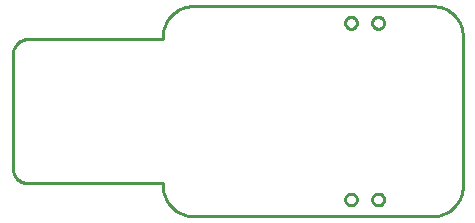
<source format=gbr>
G04 EAGLE Gerber RS-274X export*
G75*
%MOMM*%
%FSLAX34Y34*%
%LPD*%
%IN*%
%IPPOS*%
%AMOC8*
5,1,8,0,0,1.08239X$1,22.5*%
G01*
%ADD10C,0.254000*%


D10*
X-127000Y-48260D02*
X-126952Y-49367D01*
X-126807Y-50465D01*
X-126567Y-51547D01*
X-126234Y-52604D01*
X-125810Y-53627D01*
X-125299Y-54610D01*
X-124703Y-55544D01*
X-124029Y-56423D01*
X-123280Y-57240D01*
X-122463Y-57989D01*
X-121584Y-58663D01*
X-120650Y-59259D01*
X-119667Y-59770D01*
X-118644Y-60194D01*
X-117587Y-60527D01*
X-116505Y-60767D01*
X-115407Y-60912D01*
X-114300Y-60960D01*
X0Y-60960D01*
X0Y-63500D01*
X97Y-65714D01*
X386Y-67911D01*
X865Y-70074D01*
X1532Y-72187D01*
X2380Y-74235D01*
X3403Y-76200D01*
X4594Y-78069D01*
X5942Y-79827D01*
X7440Y-81461D01*
X9073Y-82958D01*
X10831Y-84306D01*
X12700Y-85497D01*
X14666Y-86520D01*
X16713Y-87368D01*
X18826Y-88035D01*
X20989Y-88514D01*
X23186Y-88803D01*
X25400Y-88900D01*
X228600Y-88900D01*
X230814Y-88803D01*
X233011Y-88514D01*
X235174Y-88035D01*
X237287Y-87368D01*
X239335Y-86520D01*
X241300Y-85497D01*
X243169Y-84306D01*
X244927Y-82958D01*
X246561Y-81461D01*
X248058Y-79827D01*
X249406Y-78069D01*
X250597Y-76200D01*
X251620Y-74235D01*
X252468Y-72187D01*
X253135Y-70074D01*
X253614Y-67911D01*
X253903Y-65714D01*
X254000Y-63500D01*
X254000Y63500D01*
X253903Y65714D01*
X253614Y67911D01*
X253135Y70074D01*
X252468Y72187D01*
X251620Y74235D01*
X250597Y76200D01*
X249406Y78069D01*
X248058Y79827D01*
X246561Y81461D01*
X244927Y82958D01*
X243169Y84306D01*
X241300Y85497D01*
X239335Y86520D01*
X237287Y87368D01*
X235174Y88035D01*
X233011Y88514D01*
X230814Y88803D01*
X228600Y88900D01*
X25400Y88900D01*
X23186Y88803D01*
X20989Y88514D01*
X18826Y88035D01*
X16713Y87368D01*
X14666Y86520D01*
X12700Y85497D01*
X10831Y84306D01*
X9073Y82958D01*
X7440Y81461D01*
X5942Y79827D01*
X4594Y78069D01*
X3403Y76200D01*
X2380Y74235D01*
X1532Y72187D01*
X865Y70074D01*
X386Y67911D01*
X97Y65714D01*
X0Y63500D01*
X0Y60960D01*
X-114300Y60960D01*
X-115407Y60912D01*
X-116505Y60767D01*
X-117587Y60527D01*
X-118644Y60194D01*
X-119667Y59770D01*
X-120650Y59259D01*
X-121584Y58663D01*
X-122463Y57989D01*
X-123280Y57240D01*
X-124029Y56423D01*
X-124703Y55544D01*
X-125299Y54610D01*
X-125810Y53627D01*
X-126234Y52604D01*
X-126567Y51547D01*
X-126807Y50465D01*
X-126952Y49367D01*
X-127000Y48260D01*
X-127000Y-48260D01*
X164315Y-75036D02*
X164252Y-75594D01*
X164127Y-76141D01*
X163942Y-76671D01*
X163698Y-77177D01*
X163399Y-77653D01*
X163049Y-78092D01*
X162652Y-78489D01*
X162213Y-78839D01*
X161737Y-79138D01*
X161231Y-79382D01*
X160701Y-79567D01*
X160154Y-79692D01*
X159596Y-79755D01*
X159034Y-79755D01*
X158476Y-79692D01*
X157929Y-79567D01*
X157399Y-79382D01*
X156893Y-79138D01*
X156417Y-78839D01*
X155978Y-78489D01*
X155581Y-78092D01*
X155231Y-77653D01*
X154932Y-77177D01*
X154688Y-76671D01*
X154503Y-76141D01*
X154378Y-75594D01*
X154315Y-75036D01*
X154315Y-74474D01*
X154378Y-73916D01*
X154503Y-73369D01*
X154688Y-72839D01*
X154932Y-72333D01*
X155231Y-71857D01*
X155581Y-71418D01*
X155978Y-71021D01*
X156417Y-70671D01*
X156893Y-70372D01*
X157399Y-70128D01*
X157929Y-69943D01*
X158476Y-69818D01*
X159034Y-69755D01*
X159596Y-69755D01*
X160154Y-69818D01*
X160701Y-69943D01*
X161231Y-70128D01*
X161737Y-70372D01*
X162213Y-70671D01*
X162652Y-71021D01*
X163049Y-71418D01*
X163399Y-71857D01*
X163698Y-72333D01*
X163942Y-72839D01*
X164127Y-73369D01*
X164252Y-73916D01*
X164315Y-74474D01*
X164315Y-75036D01*
X187315Y-75036D02*
X187252Y-75594D01*
X187127Y-76141D01*
X186942Y-76671D01*
X186698Y-77177D01*
X186399Y-77653D01*
X186049Y-78092D01*
X185652Y-78489D01*
X185213Y-78839D01*
X184737Y-79138D01*
X184231Y-79382D01*
X183701Y-79567D01*
X183154Y-79692D01*
X182596Y-79755D01*
X182034Y-79755D01*
X181476Y-79692D01*
X180929Y-79567D01*
X180399Y-79382D01*
X179893Y-79138D01*
X179417Y-78839D01*
X178978Y-78489D01*
X178581Y-78092D01*
X178231Y-77653D01*
X177932Y-77177D01*
X177688Y-76671D01*
X177503Y-76141D01*
X177378Y-75594D01*
X177315Y-75036D01*
X177315Y-74474D01*
X177378Y-73916D01*
X177503Y-73369D01*
X177688Y-72839D01*
X177932Y-72333D01*
X178231Y-71857D01*
X178581Y-71418D01*
X178978Y-71021D01*
X179417Y-70671D01*
X179893Y-70372D01*
X180399Y-70128D01*
X180929Y-69943D01*
X181476Y-69818D01*
X182034Y-69755D01*
X182596Y-69755D01*
X183154Y-69818D01*
X183701Y-69943D01*
X184231Y-70128D01*
X184737Y-70372D01*
X185213Y-70671D01*
X185652Y-71021D01*
X186049Y-71418D01*
X186399Y-71857D01*
X186698Y-72333D01*
X186942Y-72839D01*
X187127Y-73369D01*
X187252Y-73916D01*
X187315Y-74474D01*
X187315Y-75036D01*
X177315Y75036D02*
X177378Y75594D01*
X177503Y76141D01*
X177688Y76671D01*
X177932Y77177D01*
X178231Y77653D01*
X178581Y78092D01*
X178978Y78489D01*
X179417Y78839D01*
X179893Y79138D01*
X180399Y79382D01*
X180929Y79567D01*
X181476Y79692D01*
X182034Y79755D01*
X182596Y79755D01*
X183154Y79692D01*
X183701Y79567D01*
X184231Y79382D01*
X184737Y79138D01*
X185213Y78839D01*
X185652Y78489D01*
X186049Y78092D01*
X186399Y77653D01*
X186698Y77177D01*
X186942Y76671D01*
X187127Y76141D01*
X187252Y75594D01*
X187315Y75036D01*
X187315Y74474D01*
X187252Y73916D01*
X187127Y73369D01*
X186942Y72839D01*
X186698Y72333D01*
X186399Y71857D01*
X186049Y71418D01*
X185652Y71021D01*
X185213Y70671D01*
X184737Y70372D01*
X184231Y70128D01*
X183701Y69943D01*
X183154Y69818D01*
X182596Y69755D01*
X182034Y69755D01*
X181476Y69818D01*
X180929Y69943D01*
X180399Y70128D01*
X179893Y70372D01*
X179417Y70671D01*
X178978Y71021D01*
X178581Y71418D01*
X178231Y71857D01*
X177932Y72333D01*
X177688Y72839D01*
X177503Y73369D01*
X177378Y73916D01*
X177315Y74474D01*
X177315Y75036D01*
X154315Y75036D02*
X154378Y75594D01*
X154503Y76141D01*
X154688Y76671D01*
X154932Y77177D01*
X155231Y77653D01*
X155581Y78092D01*
X155978Y78489D01*
X156417Y78839D01*
X156893Y79138D01*
X157399Y79382D01*
X157929Y79567D01*
X158476Y79692D01*
X159034Y79755D01*
X159596Y79755D01*
X160154Y79692D01*
X160701Y79567D01*
X161231Y79382D01*
X161737Y79138D01*
X162213Y78839D01*
X162652Y78489D01*
X163049Y78092D01*
X163399Y77653D01*
X163698Y77177D01*
X163942Y76671D01*
X164127Y76141D01*
X164252Y75594D01*
X164315Y75036D01*
X164315Y74474D01*
X164252Y73916D01*
X164127Y73369D01*
X163942Y72839D01*
X163698Y72333D01*
X163399Y71857D01*
X163049Y71418D01*
X162652Y71021D01*
X162213Y70671D01*
X161737Y70372D01*
X161231Y70128D01*
X160701Y69943D01*
X160154Y69818D01*
X159596Y69755D01*
X159034Y69755D01*
X158476Y69818D01*
X157929Y69943D01*
X157399Y70128D01*
X156893Y70372D01*
X156417Y70671D01*
X155978Y71021D01*
X155581Y71418D01*
X155231Y71857D01*
X154932Y72333D01*
X154688Y72839D01*
X154503Y73369D01*
X154378Y73916D01*
X154315Y74474D01*
X154315Y75036D01*
M02*

</source>
